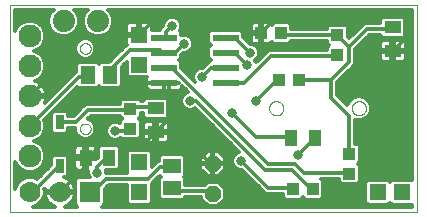
<source format=gtl>
G75*
%MOIN*%
%OFA0B0*%
%FSLAX25Y25*%
%IPPOS*%
%LPD*%
%AMOC8*
5,1,8,0,0,1.08239X$1,22.5*
%
%ADD10C,0.00100*%
%ADD11R,0.05118X0.05906*%
%ADD12OC8,0.05200*%
%ADD13R,0.05906X0.05118*%
%ADD14C,0.07000*%
%ADD15R,0.07000X0.07000*%
%ADD16C,0.00000*%
%ADD17C,0.07400*%
%ADD18C,0.07600*%
%ADD19R,0.05543X0.05543*%
%ADD20R,0.04331X0.05512*%
%ADD21R,0.05512X0.04331*%
%ADD22R,0.08661X0.02362*%
%ADD23R,0.04331X0.03937*%
%ADD24R,0.03937X0.04331*%
%ADD25R,0.02756X0.04724*%
%ADD26C,0.01200*%
%ADD27C,0.03150*%
D10*
X0002600Y0004600D02*
X0002600Y0073600D01*
X0138100Y0073600D01*
X0138100Y0004600D01*
X0002600Y0004600D01*
D11*
X0028360Y0050100D03*
X0035840Y0050100D03*
D12*
X0070100Y0020600D03*
X0070100Y0010600D03*
D13*
X0056600Y0012360D03*
X0056600Y0019840D03*
D14*
X0019100Y0011100D03*
X0009100Y0011100D03*
D15*
X0029100Y0011100D03*
D16*
X0025828Y0032214D02*
X0025830Y0032298D01*
X0025836Y0032381D01*
X0025846Y0032464D01*
X0025860Y0032547D01*
X0025877Y0032629D01*
X0025899Y0032710D01*
X0025924Y0032789D01*
X0025953Y0032868D01*
X0025986Y0032945D01*
X0026022Y0033020D01*
X0026062Y0033094D01*
X0026105Y0033166D01*
X0026152Y0033235D01*
X0026202Y0033302D01*
X0026255Y0033367D01*
X0026311Y0033429D01*
X0026369Y0033489D01*
X0026431Y0033546D01*
X0026495Y0033599D01*
X0026562Y0033650D01*
X0026631Y0033697D01*
X0026702Y0033742D01*
X0026775Y0033782D01*
X0026850Y0033819D01*
X0026927Y0033853D01*
X0027005Y0033883D01*
X0027084Y0033909D01*
X0027165Y0033932D01*
X0027247Y0033950D01*
X0027329Y0033965D01*
X0027412Y0033976D01*
X0027495Y0033983D01*
X0027579Y0033986D01*
X0027663Y0033985D01*
X0027746Y0033980D01*
X0027830Y0033971D01*
X0027912Y0033958D01*
X0027994Y0033942D01*
X0028075Y0033921D01*
X0028156Y0033897D01*
X0028234Y0033869D01*
X0028312Y0033837D01*
X0028388Y0033801D01*
X0028462Y0033762D01*
X0028534Y0033720D01*
X0028604Y0033674D01*
X0028672Y0033625D01*
X0028737Y0033573D01*
X0028800Y0033518D01*
X0028860Y0033460D01*
X0028918Y0033399D01*
X0028972Y0033335D01*
X0029024Y0033269D01*
X0029072Y0033201D01*
X0029117Y0033130D01*
X0029158Y0033057D01*
X0029197Y0032983D01*
X0029231Y0032907D01*
X0029262Y0032829D01*
X0029289Y0032750D01*
X0029313Y0032669D01*
X0029332Y0032588D01*
X0029348Y0032506D01*
X0029360Y0032423D01*
X0029368Y0032339D01*
X0029372Y0032256D01*
X0029372Y0032172D01*
X0029368Y0032089D01*
X0029360Y0032005D01*
X0029348Y0031922D01*
X0029332Y0031840D01*
X0029313Y0031759D01*
X0029289Y0031678D01*
X0029262Y0031599D01*
X0029231Y0031521D01*
X0029197Y0031445D01*
X0029158Y0031371D01*
X0029117Y0031298D01*
X0029072Y0031227D01*
X0029024Y0031159D01*
X0028972Y0031093D01*
X0028918Y0031029D01*
X0028860Y0030968D01*
X0028800Y0030910D01*
X0028737Y0030855D01*
X0028672Y0030803D01*
X0028604Y0030754D01*
X0028534Y0030708D01*
X0028462Y0030666D01*
X0028388Y0030627D01*
X0028312Y0030591D01*
X0028234Y0030559D01*
X0028156Y0030531D01*
X0028075Y0030507D01*
X0027994Y0030486D01*
X0027912Y0030470D01*
X0027830Y0030457D01*
X0027746Y0030448D01*
X0027663Y0030443D01*
X0027579Y0030442D01*
X0027495Y0030445D01*
X0027412Y0030452D01*
X0027329Y0030463D01*
X0027247Y0030478D01*
X0027165Y0030496D01*
X0027084Y0030519D01*
X0027005Y0030545D01*
X0026927Y0030575D01*
X0026850Y0030609D01*
X0026775Y0030646D01*
X0026702Y0030686D01*
X0026631Y0030731D01*
X0026562Y0030778D01*
X0026495Y0030829D01*
X0026431Y0030882D01*
X0026369Y0030939D01*
X0026311Y0030999D01*
X0026255Y0031061D01*
X0026202Y0031126D01*
X0026152Y0031193D01*
X0026105Y0031262D01*
X0026062Y0031334D01*
X0026022Y0031408D01*
X0025986Y0031483D01*
X0025953Y0031560D01*
X0025924Y0031639D01*
X0025899Y0031718D01*
X0025877Y0031799D01*
X0025860Y0031881D01*
X0025846Y0031964D01*
X0025836Y0032047D01*
X0025830Y0032130D01*
X0025828Y0032214D01*
X0025828Y0058986D02*
X0025830Y0059070D01*
X0025836Y0059153D01*
X0025846Y0059236D01*
X0025860Y0059319D01*
X0025877Y0059401D01*
X0025899Y0059482D01*
X0025924Y0059561D01*
X0025953Y0059640D01*
X0025986Y0059717D01*
X0026022Y0059792D01*
X0026062Y0059866D01*
X0026105Y0059938D01*
X0026152Y0060007D01*
X0026202Y0060074D01*
X0026255Y0060139D01*
X0026311Y0060201D01*
X0026369Y0060261D01*
X0026431Y0060318D01*
X0026495Y0060371D01*
X0026562Y0060422D01*
X0026631Y0060469D01*
X0026702Y0060514D01*
X0026775Y0060554D01*
X0026850Y0060591D01*
X0026927Y0060625D01*
X0027005Y0060655D01*
X0027084Y0060681D01*
X0027165Y0060704D01*
X0027247Y0060722D01*
X0027329Y0060737D01*
X0027412Y0060748D01*
X0027495Y0060755D01*
X0027579Y0060758D01*
X0027663Y0060757D01*
X0027746Y0060752D01*
X0027830Y0060743D01*
X0027912Y0060730D01*
X0027994Y0060714D01*
X0028075Y0060693D01*
X0028156Y0060669D01*
X0028234Y0060641D01*
X0028312Y0060609D01*
X0028388Y0060573D01*
X0028462Y0060534D01*
X0028534Y0060492D01*
X0028604Y0060446D01*
X0028672Y0060397D01*
X0028737Y0060345D01*
X0028800Y0060290D01*
X0028860Y0060232D01*
X0028918Y0060171D01*
X0028972Y0060107D01*
X0029024Y0060041D01*
X0029072Y0059973D01*
X0029117Y0059902D01*
X0029158Y0059829D01*
X0029197Y0059755D01*
X0029231Y0059679D01*
X0029262Y0059601D01*
X0029289Y0059522D01*
X0029313Y0059441D01*
X0029332Y0059360D01*
X0029348Y0059278D01*
X0029360Y0059195D01*
X0029368Y0059111D01*
X0029372Y0059028D01*
X0029372Y0058944D01*
X0029368Y0058861D01*
X0029360Y0058777D01*
X0029348Y0058694D01*
X0029332Y0058612D01*
X0029313Y0058531D01*
X0029289Y0058450D01*
X0029262Y0058371D01*
X0029231Y0058293D01*
X0029197Y0058217D01*
X0029158Y0058143D01*
X0029117Y0058070D01*
X0029072Y0057999D01*
X0029024Y0057931D01*
X0028972Y0057865D01*
X0028918Y0057801D01*
X0028860Y0057740D01*
X0028800Y0057682D01*
X0028737Y0057627D01*
X0028672Y0057575D01*
X0028604Y0057526D01*
X0028534Y0057480D01*
X0028462Y0057438D01*
X0028388Y0057399D01*
X0028312Y0057363D01*
X0028234Y0057331D01*
X0028156Y0057303D01*
X0028075Y0057279D01*
X0027994Y0057258D01*
X0027912Y0057242D01*
X0027830Y0057229D01*
X0027746Y0057220D01*
X0027663Y0057215D01*
X0027579Y0057214D01*
X0027495Y0057217D01*
X0027412Y0057224D01*
X0027329Y0057235D01*
X0027247Y0057250D01*
X0027165Y0057268D01*
X0027084Y0057291D01*
X0027005Y0057317D01*
X0026927Y0057347D01*
X0026850Y0057381D01*
X0026775Y0057418D01*
X0026702Y0057458D01*
X0026631Y0057503D01*
X0026562Y0057550D01*
X0026495Y0057601D01*
X0026431Y0057654D01*
X0026369Y0057711D01*
X0026311Y0057771D01*
X0026255Y0057833D01*
X0026202Y0057898D01*
X0026152Y0057965D01*
X0026105Y0058034D01*
X0026062Y0058106D01*
X0026022Y0058180D01*
X0025986Y0058255D01*
X0025953Y0058332D01*
X0025924Y0058411D01*
X0025899Y0058490D01*
X0025877Y0058571D01*
X0025860Y0058653D01*
X0025846Y0058736D01*
X0025836Y0058819D01*
X0025830Y0058902D01*
X0025828Y0058986D01*
X0088880Y0039072D02*
X0088882Y0039169D01*
X0088888Y0039266D01*
X0088898Y0039362D01*
X0088912Y0039458D01*
X0088930Y0039554D01*
X0088951Y0039648D01*
X0088977Y0039742D01*
X0089006Y0039834D01*
X0089040Y0039925D01*
X0089076Y0040015D01*
X0089117Y0040103D01*
X0089161Y0040189D01*
X0089209Y0040274D01*
X0089260Y0040356D01*
X0089314Y0040437D01*
X0089372Y0040515D01*
X0089433Y0040590D01*
X0089496Y0040663D01*
X0089563Y0040734D01*
X0089633Y0040801D01*
X0089705Y0040866D01*
X0089780Y0040927D01*
X0089858Y0040986D01*
X0089937Y0041041D01*
X0090019Y0041093D01*
X0090103Y0041141D01*
X0090189Y0041186D01*
X0090277Y0041228D01*
X0090366Y0041266D01*
X0090457Y0041300D01*
X0090549Y0041330D01*
X0090642Y0041357D01*
X0090737Y0041379D01*
X0090832Y0041398D01*
X0090928Y0041413D01*
X0091024Y0041424D01*
X0091121Y0041431D01*
X0091218Y0041434D01*
X0091315Y0041433D01*
X0091412Y0041428D01*
X0091508Y0041419D01*
X0091604Y0041406D01*
X0091700Y0041389D01*
X0091795Y0041368D01*
X0091888Y0041344D01*
X0091981Y0041315D01*
X0092073Y0041283D01*
X0092163Y0041247D01*
X0092251Y0041208D01*
X0092338Y0041164D01*
X0092423Y0041118D01*
X0092506Y0041067D01*
X0092587Y0041014D01*
X0092665Y0040957D01*
X0092742Y0040897D01*
X0092815Y0040834D01*
X0092886Y0040768D01*
X0092954Y0040699D01*
X0093020Y0040627D01*
X0093082Y0040553D01*
X0093141Y0040476D01*
X0093197Y0040397D01*
X0093250Y0040315D01*
X0093300Y0040232D01*
X0093345Y0040146D01*
X0093388Y0040059D01*
X0093427Y0039970D01*
X0093462Y0039880D01*
X0093493Y0039788D01*
X0093520Y0039695D01*
X0093544Y0039601D01*
X0093564Y0039506D01*
X0093580Y0039410D01*
X0093592Y0039314D01*
X0093600Y0039217D01*
X0093604Y0039120D01*
X0093604Y0039024D01*
X0093600Y0038927D01*
X0093592Y0038830D01*
X0093580Y0038734D01*
X0093564Y0038638D01*
X0093544Y0038543D01*
X0093520Y0038449D01*
X0093493Y0038356D01*
X0093462Y0038264D01*
X0093427Y0038174D01*
X0093388Y0038085D01*
X0093345Y0037998D01*
X0093300Y0037912D01*
X0093250Y0037829D01*
X0093197Y0037747D01*
X0093141Y0037668D01*
X0093082Y0037591D01*
X0093020Y0037517D01*
X0092954Y0037445D01*
X0092886Y0037376D01*
X0092815Y0037310D01*
X0092742Y0037247D01*
X0092665Y0037187D01*
X0092587Y0037130D01*
X0092506Y0037077D01*
X0092423Y0037026D01*
X0092338Y0036980D01*
X0092251Y0036936D01*
X0092163Y0036897D01*
X0092073Y0036861D01*
X0091981Y0036829D01*
X0091888Y0036800D01*
X0091795Y0036776D01*
X0091700Y0036755D01*
X0091604Y0036738D01*
X0091508Y0036725D01*
X0091412Y0036716D01*
X0091315Y0036711D01*
X0091218Y0036710D01*
X0091121Y0036713D01*
X0091024Y0036720D01*
X0090928Y0036731D01*
X0090832Y0036746D01*
X0090737Y0036765D01*
X0090642Y0036787D01*
X0090549Y0036814D01*
X0090457Y0036844D01*
X0090366Y0036878D01*
X0090277Y0036916D01*
X0090189Y0036958D01*
X0090103Y0037003D01*
X0090019Y0037051D01*
X0089937Y0037103D01*
X0089858Y0037158D01*
X0089780Y0037217D01*
X0089705Y0037278D01*
X0089633Y0037343D01*
X0089563Y0037410D01*
X0089496Y0037481D01*
X0089433Y0037554D01*
X0089372Y0037629D01*
X0089314Y0037707D01*
X0089260Y0037788D01*
X0089209Y0037870D01*
X0089161Y0037955D01*
X0089117Y0038041D01*
X0089076Y0038129D01*
X0089040Y0038219D01*
X0089006Y0038310D01*
X0088977Y0038402D01*
X0088951Y0038496D01*
X0088930Y0038590D01*
X0088912Y0038686D01*
X0088898Y0038782D01*
X0088888Y0038878D01*
X0088882Y0038975D01*
X0088880Y0039072D01*
X0116439Y0039072D02*
X0116441Y0039169D01*
X0116447Y0039266D01*
X0116457Y0039362D01*
X0116471Y0039458D01*
X0116489Y0039554D01*
X0116510Y0039648D01*
X0116536Y0039742D01*
X0116565Y0039834D01*
X0116599Y0039925D01*
X0116635Y0040015D01*
X0116676Y0040103D01*
X0116720Y0040189D01*
X0116768Y0040274D01*
X0116819Y0040356D01*
X0116873Y0040437D01*
X0116931Y0040515D01*
X0116992Y0040590D01*
X0117055Y0040663D01*
X0117122Y0040734D01*
X0117192Y0040801D01*
X0117264Y0040866D01*
X0117339Y0040927D01*
X0117417Y0040986D01*
X0117496Y0041041D01*
X0117578Y0041093D01*
X0117662Y0041141D01*
X0117748Y0041186D01*
X0117836Y0041228D01*
X0117925Y0041266D01*
X0118016Y0041300D01*
X0118108Y0041330D01*
X0118201Y0041357D01*
X0118296Y0041379D01*
X0118391Y0041398D01*
X0118487Y0041413D01*
X0118583Y0041424D01*
X0118680Y0041431D01*
X0118777Y0041434D01*
X0118874Y0041433D01*
X0118971Y0041428D01*
X0119067Y0041419D01*
X0119163Y0041406D01*
X0119259Y0041389D01*
X0119354Y0041368D01*
X0119447Y0041344D01*
X0119540Y0041315D01*
X0119632Y0041283D01*
X0119722Y0041247D01*
X0119810Y0041208D01*
X0119897Y0041164D01*
X0119982Y0041118D01*
X0120065Y0041067D01*
X0120146Y0041014D01*
X0120224Y0040957D01*
X0120301Y0040897D01*
X0120374Y0040834D01*
X0120445Y0040768D01*
X0120513Y0040699D01*
X0120579Y0040627D01*
X0120641Y0040553D01*
X0120700Y0040476D01*
X0120756Y0040397D01*
X0120809Y0040315D01*
X0120859Y0040232D01*
X0120904Y0040146D01*
X0120947Y0040059D01*
X0120986Y0039970D01*
X0121021Y0039880D01*
X0121052Y0039788D01*
X0121079Y0039695D01*
X0121103Y0039601D01*
X0121123Y0039506D01*
X0121139Y0039410D01*
X0121151Y0039314D01*
X0121159Y0039217D01*
X0121163Y0039120D01*
X0121163Y0039024D01*
X0121159Y0038927D01*
X0121151Y0038830D01*
X0121139Y0038734D01*
X0121123Y0038638D01*
X0121103Y0038543D01*
X0121079Y0038449D01*
X0121052Y0038356D01*
X0121021Y0038264D01*
X0120986Y0038174D01*
X0120947Y0038085D01*
X0120904Y0037998D01*
X0120859Y0037912D01*
X0120809Y0037829D01*
X0120756Y0037747D01*
X0120700Y0037668D01*
X0120641Y0037591D01*
X0120579Y0037517D01*
X0120513Y0037445D01*
X0120445Y0037376D01*
X0120374Y0037310D01*
X0120301Y0037247D01*
X0120224Y0037187D01*
X0120146Y0037130D01*
X0120065Y0037077D01*
X0119982Y0037026D01*
X0119897Y0036980D01*
X0119810Y0036936D01*
X0119722Y0036897D01*
X0119632Y0036861D01*
X0119540Y0036829D01*
X0119447Y0036800D01*
X0119354Y0036776D01*
X0119259Y0036755D01*
X0119163Y0036738D01*
X0119067Y0036725D01*
X0118971Y0036716D01*
X0118874Y0036711D01*
X0118777Y0036710D01*
X0118680Y0036713D01*
X0118583Y0036720D01*
X0118487Y0036731D01*
X0118391Y0036746D01*
X0118296Y0036765D01*
X0118201Y0036787D01*
X0118108Y0036814D01*
X0118016Y0036844D01*
X0117925Y0036878D01*
X0117836Y0036916D01*
X0117748Y0036958D01*
X0117662Y0037003D01*
X0117578Y0037051D01*
X0117496Y0037103D01*
X0117417Y0037158D01*
X0117339Y0037217D01*
X0117264Y0037278D01*
X0117192Y0037343D01*
X0117122Y0037410D01*
X0117055Y0037481D01*
X0116992Y0037554D01*
X0116931Y0037629D01*
X0116873Y0037707D01*
X0116819Y0037788D01*
X0116768Y0037870D01*
X0116720Y0037955D01*
X0116676Y0038041D01*
X0116635Y0038129D01*
X0116599Y0038219D01*
X0116565Y0038310D01*
X0116536Y0038402D01*
X0116510Y0038496D01*
X0116489Y0038590D01*
X0116471Y0038686D01*
X0116457Y0038782D01*
X0116447Y0038878D01*
X0116441Y0038975D01*
X0116439Y0039072D01*
D17*
X0031800Y0068100D03*
X0020400Y0068100D03*
D18*
X0009100Y0063100D03*
X0009100Y0053100D03*
X0009100Y0043100D03*
X0009100Y0033100D03*
X0009100Y0023100D03*
D19*
X0045600Y0021100D03*
X0045600Y0011100D03*
X0045600Y0053600D03*
X0045600Y0063600D03*
X0125100Y0011100D03*
X0133100Y0011100D03*
D20*
X0104037Y0029100D03*
X0096163Y0029100D03*
X0035537Y0022600D03*
X0027663Y0022600D03*
D21*
X0051100Y0031163D03*
X0051100Y0039037D03*
X0130100Y0058163D03*
X0130100Y0066037D03*
D22*
X0074336Y0062600D03*
X0074336Y0057600D03*
X0074336Y0052600D03*
X0074336Y0047600D03*
X0053864Y0047600D03*
X0053864Y0052600D03*
X0053864Y0057600D03*
X0053864Y0062600D03*
D23*
X0042600Y0038946D03*
X0042600Y0032254D03*
X0111600Y0056754D03*
X0111600Y0063446D03*
X0115600Y0023946D03*
X0115600Y0017254D03*
D24*
X0103446Y0012100D03*
X0096754Y0012100D03*
X0098946Y0048600D03*
X0092254Y0048600D03*
X0092946Y0064100D03*
X0086254Y0064100D03*
D25*
X0019100Y0034383D03*
X0019100Y0019817D03*
D26*
X0018600Y0019600D01*
X0009600Y0010600D01*
X0009100Y0011100D01*
X0004579Y0012990D02*
X0004250Y0012990D01*
X0004250Y0012195D02*
X0004250Y0021221D01*
X0004692Y0020154D01*
X0006154Y0018692D01*
X0008066Y0017900D01*
X0010134Y0017900D01*
X0012046Y0018692D01*
X0013508Y0020154D01*
X0014300Y0022066D01*
X0014300Y0024134D01*
X0013508Y0026046D01*
X0012046Y0027508D01*
X0010617Y0028100D01*
X0012046Y0028692D01*
X0013508Y0030154D01*
X0014300Y0032066D01*
X0014300Y0034134D01*
X0013908Y0035080D01*
X0024898Y0046070D01*
X0025221Y0045747D01*
X0031499Y0045747D01*
X0032100Y0046348D01*
X0032701Y0045747D01*
X0038979Y0045747D01*
X0039799Y0046567D01*
X0039799Y0052971D01*
X0041428Y0054600D01*
X0041428Y0050248D01*
X0042248Y0049428D01*
X0048059Y0049428D01*
X0048042Y0049399D01*
X0047933Y0048992D01*
X0047933Y0047600D01*
X0053864Y0047600D01*
X0058772Y0047600D01*
X0053864Y0047600D01*
X0053864Y0047600D01*
X0053864Y0044819D01*
X0058405Y0044819D01*
X0058812Y0044928D01*
X0059177Y0045139D01*
X0059475Y0045436D01*
X0059685Y0045801D01*
X0059794Y0046208D01*
X0059794Y0046577D01*
X0061859Y0044513D01*
X0060915Y0044122D01*
X0060078Y0043285D01*
X0059625Y0042192D01*
X0059625Y0041008D01*
X0060078Y0039915D01*
X0060915Y0039078D01*
X0062008Y0038625D01*
X0063192Y0038625D01*
X0064285Y0039078D01*
X0064289Y0039082D01*
X0078859Y0024513D01*
X0077915Y0024122D01*
X0077078Y0023285D01*
X0076625Y0022192D01*
X0076625Y0021008D01*
X0077078Y0019915D01*
X0077915Y0019078D01*
X0079008Y0018625D01*
X0079747Y0018625D01*
X0087772Y0010600D01*
X0093385Y0010600D01*
X0093385Y0009355D01*
X0094205Y0008535D01*
X0099302Y0008535D01*
X0100100Y0009333D01*
X0100898Y0008535D01*
X0105995Y0008535D01*
X0106815Y0009355D01*
X0106815Y0014845D01*
X0106060Y0015600D01*
X0112035Y0015600D01*
X0112035Y0014705D01*
X0112855Y0013885D01*
X0118345Y0013885D01*
X0119165Y0014705D01*
X0119165Y0019802D01*
X0118367Y0020600D01*
X0119165Y0021398D01*
X0119165Y0026495D01*
X0118345Y0027315D01*
X0117600Y0027315D01*
X0117600Y0035281D01*
X0118013Y0035110D01*
X0119589Y0035110D01*
X0121045Y0035713D01*
X0122160Y0036828D01*
X0122763Y0038284D01*
X0122763Y0039861D01*
X0122160Y0041317D01*
X0121045Y0042431D01*
X0119589Y0043035D01*
X0118013Y0043035D01*
X0116556Y0042431D01*
X0115442Y0041317D01*
X0114935Y0040093D01*
X0111600Y0043428D01*
X0111600Y0047772D01*
X0116428Y0052600D01*
X0117600Y0053772D01*
X0117600Y0058772D01*
X0122428Y0063600D01*
X0125944Y0063600D01*
X0125944Y0063292D01*
X0126764Y0062472D01*
X0133436Y0062472D01*
X0134256Y0063292D01*
X0134256Y0068782D01*
X0133436Y0069602D01*
X0126764Y0069602D01*
X0125944Y0068782D01*
X0125944Y0067600D01*
X0120772Y0067600D01*
X0115600Y0062428D01*
X0115165Y0062863D01*
X0115165Y0065995D01*
X0114345Y0066815D01*
X0108855Y0066815D01*
X0108035Y0065995D01*
X0108035Y0065600D01*
X0096315Y0065600D01*
X0096315Y0066845D01*
X0095495Y0067665D01*
X0090398Y0067665D01*
X0089677Y0066945D01*
X0089502Y0067248D01*
X0089204Y0067546D01*
X0088840Y0067756D01*
X0088433Y0067865D01*
X0086638Y0067865D01*
X0086638Y0064484D01*
X0085869Y0064484D01*
X0085869Y0063716D01*
X0082685Y0063716D01*
X0082685Y0061724D01*
X0082794Y0061317D01*
X0083005Y0060952D01*
X0083303Y0060654D01*
X0083667Y0060444D01*
X0084074Y0060335D01*
X0085869Y0060335D01*
X0085869Y0063716D01*
X0086638Y0063716D01*
X0086638Y0060335D01*
X0088433Y0060335D01*
X0088840Y0060444D01*
X0089204Y0060654D01*
X0089502Y0060952D01*
X0089677Y0061255D01*
X0090398Y0060535D01*
X0095495Y0060535D01*
X0096315Y0061355D01*
X0096315Y0061600D01*
X0108035Y0061600D01*
X0108035Y0060898D01*
X0108833Y0060100D01*
X0108035Y0059302D01*
X0108035Y0058600D01*
X0088772Y0058600D01*
X0084513Y0054341D01*
X0084219Y0055051D01*
X0084285Y0055078D01*
X0085122Y0055915D01*
X0085575Y0057008D01*
X0085575Y0058192D01*
X0085122Y0059285D01*
X0084285Y0060122D01*
X0083192Y0060575D01*
X0082453Y0060575D01*
X0080067Y0062961D01*
X0080067Y0064361D01*
X0079247Y0065181D01*
X0069426Y0065181D01*
X0068606Y0064361D01*
X0068606Y0060839D01*
X0069345Y0060100D01*
X0068606Y0059361D01*
X0068606Y0055839D01*
X0069345Y0055100D01*
X0068845Y0054600D01*
X0068772Y0054600D01*
X0066747Y0052575D01*
X0066008Y0052575D01*
X0064915Y0052122D01*
X0064078Y0051285D01*
X0063625Y0050192D01*
X0063625Y0049008D01*
X0064053Y0047976D01*
X0059594Y0052434D01*
X0059594Y0054361D01*
X0058855Y0055100D01*
X0059594Y0055839D01*
X0059594Y0056766D01*
X0059600Y0056772D01*
X0060453Y0057625D01*
X0061192Y0057625D01*
X0062285Y0058078D01*
X0063122Y0058915D01*
X0063575Y0060008D01*
X0063575Y0061192D01*
X0063122Y0062285D01*
X0062285Y0063122D01*
X0061192Y0063575D01*
X0060008Y0063575D01*
X0059594Y0063404D01*
X0059594Y0064361D01*
X0059081Y0064874D01*
X0059122Y0064915D01*
X0059575Y0066008D01*
X0059575Y0067192D01*
X0059122Y0068285D01*
X0058285Y0069122D01*
X0057192Y0069575D01*
X0056008Y0069575D01*
X0054915Y0069122D01*
X0054078Y0068285D01*
X0053625Y0067192D01*
X0053625Y0066453D01*
X0052600Y0065428D01*
X0052600Y0065181D01*
X0049972Y0065181D01*
X0049972Y0066582D01*
X0049863Y0066989D01*
X0049652Y0067354D01*
X0049354Y0067652D01*
X0048989Y0067863D01*
X0048582Y0067972D01*
X0045886Y0067972D01*
X0045886Y0063886D01*
X0045314Y0063886D01*
X0045314Y0067972D01*
X0042618Y0067972D01*
X0042211Y0067863D01*
X0041846Y0067652D01*
X0041548Y0067354D01*
X0041337Y0066989D01*
X0041228Y0066582D01*
X0041228Y0063886D01*
X0045314Y0063886D01*
X0045314Y0063314D01*
X0041228Y0063314D01*
X0041228Y0060618D01*
X0041337Y0060211D01*
X0041354Y0060182D01*
X0040600Y0059428D01*
X0035624Y0054453D01*
X0032701Y0054453D01*
X0032100Y0053852D01*
X0031499Y0054453D01*
X0025221Y0054453D01*
X0024401Y0053633D01*
X0024401Y0051229D01*
X0014006Y0040835D01*
X0014104Y0041027D01*
X0014367Y0041835D01*
X0014500Y0042675D01*
X0014500Y0042716D01*
X0009484Y0042716D01*
X0009484Y0043484D01*
X0014500Y0043484D01*
X0014500Y0043525D01*
X0014367Y0044365D01*
X0014104Y0045173D01*
X0013718Y0045930D01*
X0013219Y0046618D01*
X0012618Y0047219D01*
X0011930Y0047718D01*
X0011173Y0048104D01*
X0010867Y0048204D01*
X0012046Y0048692D01*
X0013508Y0050154D01*
X0014300Y0052066D01*
X0014300Y0054134D01*
X0013508Y0056046D01*
X0012046Y0057508D01*
X0010617Y0058100D01*
X0012046Y0058692D01*
X0013508Y0060154D01*
X0014300Y0062066D01*
X0014300Y0064134D01*
X0013508Y0066046D01*
X0012046Y0067508D01*
X0010134Y0068300D01*
X0008066Y0068300D01*
X0006154Y0067508D01*
X0004692Y0066046D01*
X0004250Y0064979D01*
X0004250Y0071950D01*
X0017038Y0071950D01*
X0016076Y0070989D01*
X0015300Y0069114D01*
X0015300Y0067086D01*
X0016076Y0065211D01*
X0017511Y0063776D01*
X0019386Y0063000D01*
X0021414Y0063000D01*
X0023289Y0063776D01*
X0024724Y0065211D01*
X0025500Y0067086D01*
X0025500Y0069114D01*
X0024724Y0070989D01*
X0023762Y0071950D01*
X0028438Y0071950D01*
X0027476Y0070989D01*
X0026700Y0069114D01*
X0026700Y0067086D01*
X0027476Y0065211D01*
X0028911Y0063776D01*
X0030786Y0063000D01*
X0032814Y0063000D01*
X0034689Y0063776D01*
X0036124Y0065211D01*
X0036900Y0067086D01*
X0036900Y0069114D01*
X0036124Y0070989D01*
X0035162Y0071950D01*
X0136450Y0071950D01*
X0136450Y0015272D01*
X0129748Y0015272D01*
X0129100Y0014623D01*
X0128452Y0015272D01*
X0121748Y0015272D01*
X0120928Y0014452D01*
X0120928Y0007748D01*
X0121748Y0006928D01*
X0128452Y0006928D01*
X0129100Y0007577D01*
X0129748Y0006928D01*
X0136450Y0006928D01*
X0136450Y0006250D01*
X0033230Y0006250D01*
X0034000Y0007020D01*
X0034000Y0012172D01*
X0035428Y0013600D01*
X0041428Y0013600D01*
X0041428Y0007748D01*
X0042248Y0006928D01*
X0048952Y0006928D01*
X0049772Y0007748D01*
X0049772Y0013943D01*
X0050600Y0014772D01*
X0052388Y0016560D01*
X0052848Y0016100D01*
X0052247Y0015499D01*
X0052247Y0009221D01*
X0053067Y0008401D01*
X0060133Y0008401D01*
X0060953Y0009221D01*
X0060953Y0009600D01*
X0066100Y0009600D01*
X0066100Y0008943D01*
X0068443Y0006600D01*
X0071757Y0006600D01*
X0074100Y0008943D01*
X0074100Y0012257D01*
X0071757Y0014600D01*
X0068443Y0014600D01*
X0067443Y0013600D01*
X0060953Y0013600D01*
X0060953Y0015499D01*
X0060352Y0016100D01*
X0060953Y0016701D01*
X0060953Y0022979D01*
X0060133Y0023799D01*
X0053067Y0023799D01*
X0052247Y0022979D01*
X0052247Y0021600D01*
X0051772Y0021600D01*
X0049772Y0019600D01*
X0049772Y0024452D01*
X0048952Y0025272D01*
X0042248Y0025272D01*
X0041428Y0024452D01*
X0041428Y0017748D01*
X0041577Y0017600D01*
X0034575Y0017600D01*
X0034575Y0018192D01*
X0034470Y0018444D01*
X0038282Y0018444D01*
X0039102Y0019264D01*
X0039102Y0025936D01*
X0038282Y0026756D01*
X0032792Y0026756D01*
X0031972Y0025936D01*
X0031972Y0022800D01*
X0031289Y0022117D01*
X0028146Y0022117D01*
X0028146Y0023083D01*
X0027180Y0023083D01*
X0027180Y0026956D01*
X0025287Y0026956D01*
X0024880Y0026847D01*
X0024515Y0026636D01*
X0024217Y0026338D01*
X0024007Y0025973D01*
X0023898Y0025567D01*
X0023898Y0023083D01*
X0027180Y0023083D01*
X0027180Y0022117D01*
X0028146Y0022117D01*
X0028146Y0018244D01*
X0028647Y0018244D01*
X0028625Y0018192D01*
X0028625Y0017008D01*
X0029043Y0016000D01*
X0025020Y0016000D01*
X0024200Y0015180D01*
X0024200Y0007020D01*
X0024970Y0006250D01*
X0020677Y0006250D01*
X0021058Y0006374D01*
X0021773Y0006738D01*
X0022422Y0007210D01*
X0022990Y0007778D01*
X0023462Y0008427D01*
X0023826Y0009142D01*
X0024074Y0009906D01*
X0024200Y0010699D01*
X0024200Y0010814D01*
X0019386Y0010814D01*
X0019386Y0011386D01*
X0024200Y0011386D01*
X0024200Y0011501D01*
X0024074Y0012294D01*
X0023826Y0013058D01*
X0023462Y0013773D01*
X0022990Y0014422D01*
X0022422Y0014990D01*
X0021773Y0015462D01*
X0021058Y0015826D01*
X0020356Y0016054D01*
X0021058Y0016054D01*
X0021878Y0016874D01*
X0021878Y0022759D01*
X0021058Y0023579D01*
X0017142Y0023579D01*
X0016322Y0022759D01*
X0016322Y0020150D01*
X0011557Y0015386D01*
X0010075Y0016000D01*
X0008125Y0016000D01*
X0006324Y0015254D01*
X0004946Y0013876D01*
X0004250Y0012195D01*
X0004250Y0014188D02*
X0005258Y0014188D01*
X0004250Y0015387D02*
X0006644Y0015387D01*
X0004250Y0016585D02*
X0012757Y0016585D01*
X0011558Y0015387D02*
X0011555Y0015387D01*
X0013955Y0017784D02*
X0004250Y0017784D01*
X0004250Y0018982D02*
X0005864Y0018982D01*
X0004681Y0020181D02*
X0004250Y0020181D01*
X0012336Y0018982D02*
X0015154Y0018982D01*
X0016322Y0020181D02*
X0013519Y0020181D01*
X0014016Y0021379D02*
X0016322Y0021379D01*
X0016322Y0022578D02*
X0014300Y0022578D01*
X0014300Y0023776D02*
X0023898Y0023776D01*
X0023898Y0024975D02*
X0013952Y0024975D01*
X0013381Y0026173D02*
X0024122Y0026173D01*
X0027180Y0026173D02*
X0028146Y0026173D01*
X0028146Y0026956D02*
X0028146Y0023083D01*
X0031428Y0023083D01*
X0031428Y0025567D01*
X0031319Y0025973D01*
X0031109Y0026338D01*
X0030811Y0026636D01*
X0030446Y0026847D01*
X0030039Y0026956D01*
X0028146Y0026956D01*
X0028271Y0028843D02*
X0026929Y0028843D01*
X0025690Y0029356D01*
X0024742Y0030304D01*
X0024228Y0031544D01*
X0024228Y0032600D01*
X0021878Y0032600D01*
X0021878Y0031441D01*
X0021058Y0030621D01*
X0017142Y0030621D01*
X0016322Y0031441D01*
X0016322Y0037326D01*
X0017142Y0038146D01*
X0021058Y0038146D01*
X0021878Y0037326D01*
X0021878Y0036600D01*
X0023772Y0036600D01*
X0026600Y0039428D01*
X0027772Y0040600D01*
X0039035Y0040600D01*
X0039035Y0041495D01*
X0039855Y0042315D01*
X0045345Y0042315D01*
X0046060Y0041600D01*
X0046944Y0041600D01*
X0046944Y0041782D01*
X0047764Y0042602D01*
X0054436Y0042602D01*
X0055256Y0041782D01*
X0055256Y0036292D01*
X0054436Y0035472D01*
X0047764Y0035472D01*
X0046944Y0036292D01*
X0046944Y0037600D01*
X0046165Y0037600D01*
X0046165Y0036398D01*
X0045367Y0035600D01*
X0046165Y0034802D01*
X0046165Y0029705D01*
X0045345Y0028885D01*
X0039855Y0028885D01*
X0039474Y0029266D01*
X0039285Y0029078D01*
X0038192Y0028625D01*
X0037008Y0028625D01*
X0035915Y0029078D01*
X0035078Y0029915D01*
X0034625Y0031008D01*
X0034625Y0032192D01*
X0035078Y0033285D01*
X0035915Y0034122D01*
X0037008Y0034575D01*
X0038192Y0034575D01*
X0039035Y0034226D01*
X0039035Y0034802D01*
X0039833Y0035600D01*
X0039035Y0036398D01*
X0039035Y0036600D01*
X0029428Y0036600D01*
X0028372Y0035544D01*
X0029510Y0035073D01*
X0030458Y0034124D01*
X0030972Y0032885D01*
X0030972Y0031544D01*
X0030458Y0030304D01*
X0029510Y0029356D01*
X0028271Y0028843D01*
X0029923Y0029769D02*
X0035224Y0029769D01*
X0034642Y0030967D02*
X0030733Y0030967D01*
X0030972Y0032166D02*
X0034625Y0032166D01*
X0035157Y0033364D02*
X0030773Y0033364D01*
X0030020Y0034563D02*
X0036979Y0034563D01*
X0038221Y0034563D02*
X0039035Y0034563D01*
X0039671Y0035761D02*
X0028590Y0035761D01*
X0028600Y0038600D02*
X0042600Y0038600D01*
X0042600Y0038946D01*
X0042600Y0039600D01*
X0050600Y0039600D01*
X0051100Y0039037D01*
X0055256Y0039357D02*
X0060636Y0039357D01*
X0059813Y0040555D02*
X0055256Y0040555D01*
X0055256Y0041754D02*
X0059625Y0041754D01*
X0059940Y0042952D02*
X0021781Y0042952D01*
X0022979Y0044151D02*
X0060984Y0044151D01*
X0061022Y0045349D02*
X0059388Y0045349D01*
X0059794Y0046548D02*
X0059824Y0046548D01*
X0058772Y0047600D02*
X0058772Y0047600D01*
X0055600Y0046600D02*
X0054600Y0047600D01*
X0053864Y0047600D01*
X0053864Y0047600D01*
X0053864Y0044819D01*
X0049322Y0044819D01*
X0048915Y0044928D01*
X0048551Y0045139D01*
X0048253Y0045436D01*
X0048042Y0045801D01*
X0047933Y0046208D01*
X0047933Y0047600D01*
X0053864Y0047600D01*
X0053864Y0047600D01*
X0053864Y0046548D02*
X0053864Y0046548D01*
X0053864Y0045349D02*
X0053864Y0045349D01*
X0055600Y0046600D02*
X0055600Y0035600D01*
X0054600Y0034600D01*
X0055600Y0034600D01*
X0069600Y0020600D01*
X0070100Y0020600D01*
X0070300Y0020800D02*
X0069900Y0020800D01*
X0069900Y0024800D01*
X0068360Y0024800D01*
X0065900Y0022340D01*
X0065900Y0020800D01*
X0069900Y0020800D01*
X0069900Y0020400D01*
X0065900Y0020400D01*
X0065900Y0018860D01*
X0068360Y0016400D01*
X0069900Y0016400D01*
X0069900Y0020400D01*
X0070300Y0020400D01*
X0070300Y0020800D01*
X0070300Y0024800D01*
X0071840Y0024800D01*
X0074300Y0022340D01*
X0074300Y0020800D01*
X0070300Y0020800D01*
X0070300Y0020400D02*
X0074300Y0020400D01*
X0074300Y0018860D01*
X0071840Y0016400D01*
X0070300Y0016400D01*
X0070300Y0020400D01*
X0070300Y0020181D02*
X0069900Y0020181D01*
X0069900Y0018982D02*
X0070300Y0018982D01*
X0070300Y0017784D02*
X0069900Y0017784D01*
X0069900Y0016585D02*
X0070300Y0016585D01*
X0072025Y0016585D02*
X0081786Y0016585D01*
X0082985Y0015387D02*
X0060953Y0015387D01*
X0060837Y0016585D02*
X0068175Y0016585D01*
X0066977Y0017784D02*
X0060953Y0017784D01*
X0060953Y0018982D02*
X0065900Y0018982D01*
X0065900Y0020181D02*
X0060953Y0020181D01*
X0060953Y0021379D02*
X0065900Y0021379D01*
X0066138Y0022578D02*
X0060953Y0022578D01*
X0060156Y0023776D02*
X0067336Y0023776D01*
X0069900Y0023776D02*
X0070300Y0023776D01*
X0070300Y0022578D02*
X0069900Y0022578D01*
X0069900Y0021379D02*
X0070300Y0021379D01*
X0074062Y0022578D02*
X0076785Y0022578D01*
X0076625Y0021379D02*
X0074300Y0021379D01*
X0074300Y0020181D02*
X0076968Y0020181D01*
X0078146Y0018982D02*
X0074300Y0018982D01*
X0073223Y0017784D02*
X0080588Y0017784D01*
X0079600Y0021600D02*
X0088600Y0012600D01*
X0096600Y0012600D01*
X0096754Y0012100D01*
X0093385Y0010593D02*
X0074100Y0010593D01*
X0074100Y0009394D02*
X0093385Y0009394D01*
X0086580Y0011791D02*
X0074100Y0011791D01*
X0073367Y0012990D02*
X0085382Y0012990D01*
X0084183Y0014188D02*
X0072169Y0014188D01*
X0068031Y0014188D02*
X0060953Y0014188D01*
X0056600Y0012360D02*
X0056600Y0011600D01*
X0068600Y0011600D01*
X0069600Y0010600D01*
X0070100Y0010600D01*
X0066848Y0008196D02*
X0049772Y0008196D01*
X0049020Y0006997D02*
X0068046Y0006997D01*
X0072154Y0006997D02*
X0121680Y0006997D01*
X0120928Y0008196D02*
X0073352Y0008196D01*
X0066100Y0009394D02*
X0060953Y0009394D01*
X0052247Y0009394D02*
X0049772Y0009394D01*
X0049772Y0010593D02*
X0052247Y0010593D01*
X0052247Y0011791D02*
X0049772Y0011791D01*
X0049772Y0012990D02*
X0052247Y0012990D01*
X0052247Y0014188D02*
X0050017Y0014188D01*
X0051215Y0015387D02*
X0052247Y0015387D01*
X0048600Y0015600D02*
X0034600Y0015600D01*
X0029600Y0010600D01*
X0029100Y0011100D01*
X0024200Y0010593D02*
X0024183Y0010593D01*
X0024200Y0009394D02*
X0023908Y0009394D01*
X0024200Y0008196D02*
X0023294Y0008196D01*
X0024223Y0006997D02*
X0022129Y0006997D01*
X0017523Y0006250D02*
X0010195Y0006250D01*
X0011876Y0006946D01*
X0013254Y0008324D01*
X0014000Y0010125D01*
X0014000Y0012075D01*
X0013972Y0012143D01*
X0014127Y0012299D01*
X0014126Y0012294D01*
X0014000Y0011501D01*
X0014000Y0011386D01*
X0018814Y0011386D01*
X0018814Y0010814D01*
X0014000Y0010814D01*
X0014000Y0010699D01*
X0014126Y0009906D01*
X0014374Y0009142D01*
X0014738Y0008427D01*
X0015210Y0007778D01*
X0015778Y0007210D01*
X0016427Y0006738D01*
X0017142Y0006374D01*
X0017523Y0006250D01*
X0016071Y0006997D02*
X0011927Y0006997D01*
X0013125Y0008196D02*
X0014906Y0008196D01*
X0014292Y0009394D02*
X0013697Y0009394D01*
X0014000Y0010593D02*
X0014017Y0010593D01*
X0014000Y0011791D02*
X0014046Y0011791D01*
X0019100Y0011100D02*
X0027600Y0019600D01*
X0027600Y0022600D01*
X0027663Y0022600D01*
X0028600Y0022600D01*
X0034600Y0028600D01*
X0048600Y0028600D01*
X0050600Y0030600D01*
X0051100Y0031163D01*
X0051600Y0031600D01*
X0054600Y0034600D01*
X0054838Y0034609D02*
X0054473Y0034819D01*
X0054067Y0034928D01*
X0051583Y0034928D01*
X0051583Y0031646D01*
X0050617Y0031646D01*
X0050617Y0034928D01*
X0048133Y0034928D01*
X0047727Y0034819D01*
X0047362Y0034609D01*
X0047064Y0034311D01*
X0046853Y0033946D01*
X0046744Y0033539D01*
X0046744Y0031646D01*
X0050617Y0031646D01*
X0050617Y0030680D01*
X0051583Y0030680D01*
X0051583Y0031646D01*
X0055456Y0031646D01*
X0055456Y0033539D01*
X0055347Y0033946D01*
X0055136Y0034311D01*
X0054838Y0034609D01*
X0054884Y0034563D02*
X0068809Y0034563D01*
X0067610Y0035761D02*
X0054725Y0035761D01*
X0055256Y0036960D02*
X0066412Y0036960D01*
X0065213Y0038158D02*
X0055256Y0038158D01*
X0051583Y0034563D02*
X0050617Y0034563D01*
X0050617Y0033364D02*
X0051583Y0033364D01*
X0051583Y0032166D02*
X0050617Y0032166D01*
X0050617Y0030967D02*
X0046165Y0030967D01*
X0046744Y0030680D02*
X0046744Y0028787D01*
X0046853Y0028380D01*
X0047064Y0028015D01*
X0047362Y0027717D01*
X0047727Y0027507D01*
X0048133Y0027398D01*
X0050617Y0027398D01*
X0050617Y0030680D01*
X0046744Y0030680D01*
X0046744Y0029769D02*
X0046165Y0029769D01*
X0046802Y0028570D02*
X0011752Y0028570D01*
X0012182Y0027372D02*
X0076000Y0027372D01*
X0074801Y0028570D02*
X0055398Y0028570D01*
X0055347Y0028380D02*
X0055456Y0028787D01*
X0055456Y0030680D01*
X0051583Y0030680D01*
X0051583Y0027398D01*
X0054067Y0027398D01*
X0054473Y0027507D01*
X0054838Y0027717D01*
X0055136Y0028015D01*
X0055347Y0028380D01*
X0055456Y0029769D02*
X0073603Y0029769D01*
X0072404Y0030967D02*
X0051583Y0030967D01*
X0051583Y0029769D02*
X0050617Y0029769D01*
X0050617Y0028570D02*
X0051583Y0028570D01*
X0049248Y0024975D02*
X0078397Y0024975D01*
X0077569Y0023776D02*
X0072863Y0023776D01*
X0077198Y0026173D02*
X0038865Y0026173D01*
X0039102Y0024975D02*
X0041951Y0024975D01*
X0041428Y0023776D02*
X0039102Y0023776D01*
X0039102Y0022578D02*
X0041428Y0022578D01*
X0041428Y0021379D02*
X0039102Y0021379D01*
X0039102Y0020181D02*
X0041428Y0020181D01*
X0041428Y0018982D02*
X0038820Y0018982D01*
X0041428Y0017784D02*
X0034575Y0017784D01*
X0031600Y0017600D02*
X0031600Y0019600D01*
X0034600Y0022600D01*
X0035537Y0022600D01*
X0031972Y0023776D02*
X0031428Y0023776D01*
X0031428Y0024975D02*
X0031972Y0024975D01*
X0032209Y0026173D02*
X0031204Y0026173D01*
X0028146Y0024975D02*
X0027180Y0024975D01*
X0027180Y0023776D02*
X0028146Y0023776D01*
X0028146Y0022578D02*
X0031749Y0022578D01*
X0028146Y0021379D02*
X0027180Y0021379D01*
X0027180Y0022117D02*
X0027180Y0018244D01*
X0025287Y0018244D01*
X0024880Y0018353D01*
X0024515Y0018564D01*
X0024217Y0018862D01*
X0024007Y0019227D01*
X0023898Y0019633D01*
X0023898Y0022117D01*
X0027180Y0022117D01*
X0027180Y0022578D02*
X0021878Y0022578D01*
X0021878Y0021379D02*
X0023898Y0021379D01*
X0023898Y0020181D02*
X0021878Y0020181D01*
X0021878Y0018982D02*
X0024148Y0018982D01*
X0021878Y0017784D02*
X0028625Y0017784D01*
X0028146Y0018982D02*
X0027180Y0018982D01*
X0027180Y0020181D02*
X0028146Y0020181D01*
X0028800Y0016585D02*
X0021589Y0016585D01*
X0021877Y0015387D02*
X0024407Y0015387D01*
X0024200Y0014188D02*
X0023160Y0014188D01*
X0023848Y0012990D02*
X0024200Y0012990D01*
X0024154Y0011791D02*
X0024200Y0011791D01*
X0034000Y0011791D02*
X0041428Y0011791D01*
X0041428Y0012990D02*
X0034818Y0012990D01*
X0034000Y0010593D02*
X0041428Y0010593D01*
X0041428Y0009394D02*
X0034000Y0009394D01*
X0034000Y0008196D02*
X0041428Y0008196D01*
X0042180Y0006997D02*
X0033977Y0006997D01*
X0048600Y0015600D02*
X0052600Y0019600D01*
X0056600Y0019600D01*
X0056600Y0019840D01*
X0052247Y0022578D02*
X0049772Y0022578D01*
X0049772Y0021379D02*
X0051551Y0021379D01*
X0050352Y0020181D02*
X0049772Y0020181D01*
X0049772Y0023776D02*
X0053044Y0023776D01*
X0042600Y0031600D02*
X0042600Y0032254D01*
X0042600Y0031600D02*
X0037600Y0031600D01*
X0046165Y0032166D02*
X0046744Y0032166D01*
X0046744Y0033364D02*
X0046165Y0033364D01*
X0046165Y0034563D02*
X0047316Y0034563D01*
X0047475Y0035761D02*
X0045529Y0035761D01*
X0046165Y0036960D02*
X0046944Y0036960D01*
X0055456Y0033364D02*
X0070007Y0033364D01*
X0071206Y0032166D02*
X0055456Y0032166D01*
X0062600Y0041600D02*
X0064600Y0041600D01*
X0087600Y0018600D01*
X0096600Y0018600D01*
X0102600Y0012600D01*
X0103446Y0012100D01*
X0106815Y0011791D02*
X0120928Y0011791D01*
X0120928Y0012990D02*
X0106815Y0012990D01*
X0106815Y0014188D02*
X0112552Y0014188D01*
X0112035Y0015387D02*
X0106274Y0015387D01*
X0100600Y0017600D02*
X0097600Y0020600D01*
X0088600Y0020600D01*
X0056600Y0052600D01*
X0053864Y0052600D01*
X0059018Y0054937D02*
X0069182Y0054937D01*
X0068606Y0056136D02*
X0059594Y0056136D01*
X0060163Y0057334D02*
X0068606Y0057334D01*
X0068606Y0058533D02*
X0062740Y0058533D01*
X0063460Y0059732D02*
X0068976Y0059732D01*
X0068606Y0060930D02*
X0063575Y0060930D01*
X0063187Y0062129D02*
X0068606Y0062129D01*
X0068606Y0063327D02*
X0061790Y0063327D01*
X0059430Y0064526D02*
X0068770Y0064526D01*
X0074336Y0062600D02*
X0077600Y0062600D01*
X0082600Y0057600D01*
X0084676Y0059732D02*
X0108464Y0059732D01*
X0108035Y0060930D02*
X0095890Y0060930D01*
X0093600Y0063600D02*
X0092946Y0064100D01*
X0093600Y0063600D02*
X0111600Y0063600D01*
X0111600Y0063446D01*
X0111600Y0063600D02*
X0115600Y0059600D01*
X0121600Y0065600D01*
X0129600Y0065600D01*
X0130100Y0066037D01*
X0134256Y0065724D02*
X0136450Y0065724D01*
X0136450Y0066923D02*
X0134256Y0066923D01*
X0134256Y0068121D02*
X0136450Y0068121D01*
X0134600Y0068600D02*
X0132600Y0070600D01*
X0092600Y0070600D01*
X0086600Y0064600D01*
X0086254Y0064100D01*
X0085600Y0064600D01*
X0080600Y0064600D01*
X0075600Y0069600D01*
X0051600Y0069600D01*
X0045600Y0063600D01*
X0037600Y0063600D01*
X0028600Y0054600D01*
X0020600Y0054600D01*
X0009100Y0043100D01*
X0009484Y0042952D02*
X0016124Y0042952D01*
X0017322Y0044151D02*
X0014401Y0044151D01*
X0014014Y0045349D02*
X0018521Y0045349D01*
X0019719Y0046548D02*
X0013270Y0046548D01*
X0011875Y0047746D02*
X0020918Y0047746D01*
X0022117Y0048945D02*
X0012299Y0048945D01*
X0013497Y0050143D02*
X0023315Y0050143D01*
X0024401Y0051342D02*
X0014000Y0051342D01*
X0014300Y0052540D02*
X0024401Y0052540D01*
X0024507Y0053739D02*
X0014300Y0053739D01*
X0013967Y0054937D02*
X0036109Y0054937D01*
X0037308Y0056136D02*
X0029518Y0056136D01*
X0029510Y0056127D02*
X0030458Y0057076D01*
X0030972Y0058315D01*
X0030972Y0059656D01*
X0030458Y0060896D01*
X0029510Y0061844D01*
X0028271Y0062357D01*
X0026929Y0062357D01*
X0025690Y0061844D01*
X0024742Y0060896D01*
X0024228Y0059656D01*
X0024228Y0058315D01*
X0024742Y0057076D01*
X0025690Y0056127D01*
X0026929Y0055614D01*
X0028271Y0055614D01*
X0029510Y0056127D01*
X0030565Y0057334D02*
X0038506Y0057334D01*
X0039705Y0058533D02*
X0030972Y0058533D01*
X0030941Y0059732D02*
X0040903Y0059732D01*
X0042600Y0058600D02*
X0052600Y0058600D01*
X0053600Y0057600D01*
X0053864Y0057600D01*
X0057600Y0057600D01*
X0060600Y0060600D01*
X0054600Y0062600D02*
X0053864Y0062600D01*
X0054600Y0062600D02*
X0054600Y0064600D01*
X0056600Y0066600D01*
X0059457Y0065724D02*
X0082685Y0065724D01*
X0082685Y0066476D02*
X0082685Y0064484D01*
X0085869Y0064484D01*
X0085869Y0067865D01*
X0084074Y0067865D01*
X0083667Y0067756D01*
X0083303Y0067546D01*
X0083005Y0067248D01*
X0082794Y0066883D01*
X0082685Y0066476D01*
X0082817Y0066923D02*
X0059575Y0066923D01*
X0059190Y0068121D02*
X0125944Y0068121D01*
X0126481Y0069320D02*
X0057808Y0069320D01*
X0055392Y0069320D02*
X0036815Y0069320D01*
X0036319Y0070518D02*
X0136450Y0070518D01*
X0136450Y0069320D02*
X0133719Y0069320D01*
X0134600Y0068600D02*
X0134600Y0062600D01*
X0130600Y0058600D01*
X0130100Y0058163D01*
X0130583Y0058533D02*
X0136450Y0058533D01*
X0136450Y0057334D02*
X0134456Y0057334D01*
X0134456Y0057680D02*
X0134456Y0055787D01*
X0134347Y0055380D01*
X0134136Y0055015D01*
X0133838Y0054717D01*
X0133473Y0054507D01*
X0133067Y0054398D01*
X0130583Y0054398D01*
X0130583Y0057680D01*
X0130583Y0058646D01*
X0129617Y0058646D01*
X0129617Y0061928D01*
X0127133Y0061928D01*
X0126727Y0061819D01*
X0126362Y0061609D01*
X0126064Y0061311D01*
X0125853Y0060946D01*
X0125744Y0060539D01*
X0125744Y0058646D01*
X0129617Y0058646D01*
X0129617Y0057680D01*
X0130583Y0057680D01*
X0134456Y0057680D01*
X0134456Y0058646D02*
X0134456Y0060539D01*
X0134347Y0060946D01*
X0134136Y0061311D01*
X0133838Y0061609D01*
X0133473Y0061819D01*
X0133067Y0061928D01*
X0130583Y0061928D01*
X0130583Y0058646D01*
X0134456Y0058646D01*
X0134456Y0059732D02*
X0136450Y0059732D01*
X0136450Y0060930D02*
X0134351Y0060930D01*
X0136450Y0062129D02*
X0120957Y0062129D01*
X0119758Y0060930D02*
X0125849Y0060930D01*
X0125744Y0059732D02*
X0118560Y0059732D01*
X0117600Y0058533D02*
X0129617Y0058533D01*
X0129617Y0057680D02*
X0125744Y0057680D01*
X0125744Y0055787D01*
X0125853Y0055380D01*
X0126064Y0055015D01*
X0126362Y0054717D01*
X0126727Y0054507D01*
X0127133Y0054398D01*
X0129617Y0054398D01*
X0129617Y0057680D01*
X0129617Y0057334D02*
X0130583Y0057334D01*
X0130583Y0056136D02*
X0129617Y0056136D01*
X0129617Y0054937D02*
X0130583Y0054937D01*
X0134058Y0054937D02*
X0136450Y0054937D01*
X0136450Y0056136D02*
X0134456Y0056136D01*
X0136450Y0053739D02*
X0117567Y0053739D01*
X0116369Y0052540D02*
X0136450Y0052540D01*
X0136450Y0051342D02*
X0115170Y0051342D01*
X0113972Y0050143D02*
X0136450Y0050143D01*
X0136450Y0048945D02*
X0112773Y0048945D01*
X0111600Y0047746D02*
X0136450Y0047746D01*
X0136450Y0046548D02*
X0111600Y0046548D01*
X0111600Y0045349D02*
X0136450Y0045349D01*
X0136450Y0044151D02*
X0111600Y0044151D01*
X0112076Y0042952D02*
X0117814Y0042952D01*
X0119788Y0042952D02*
X0136450Y0042952D01*
X0136450Y0041754D02*
X0121723Y0041754D01*
X0122475Y0040555D02*
X0136450Y0040555D01*
X0136450Y0039357D02*
X0122763Y0039357D01*
X0122711Y0038158D02*
X0136450Y0038158D01*
X0136450Y0036960D02*
X0122214Y0036960D01*
X0121093Y0035761D02*
X0136450Y0035761D01*
X0136450Y0034563D02*
X0117600Y0034563D01*
X0117600Y0033364D02*
X0136450Y0033364D01*
X0136450Y0032166D02*
X0117600Y0032166D01*
X0117600Y0030967D02*
X0136450Y0030967D01*
X0136450Y0029769D02*
X0117600Y0029769D01*
X0117600Y0028570D02*
X0136450Y0028570D01*
X0136450Y0027372D02*
X0117600Y0027372D01*
X0119165Y0026173D02*
X0136450Y0026173D01*
X0136450Y0024975D02*
X0119165Y0024975D01*
X0119165Y0023776D02*
X0136450Y0023776D01*
X0136450Y0022578D02*
X0119165Y0022578D01*
X0119146Y0021379D02*
X0136450Y0021379D01*
X0136450Y0020181D02*
X0118787Y0020181D01*
X0119165Y0018982D02*
X0136450Y0018982D01*
X0136450Y0017784D02*
X0119165Y0017784D01*
X0119165Y0016585D02*
X0136450Y0016585D01*
X0136450Y0015387D02*
X0119165Y0015387D01*
X0118648Y0014188D02*
X0120928Y0014188D01*
X0120928Y0010593D02*
X0106815Y0010593D01*
X0106815Y0009394D02*
X0120928Y0009394D01*
X0128520Y0006997D02*
X0129680Y0006997D01*
X0115600Y0017254D02*
X0115600Y0017600D01*
X0100600Y0017600D01*
X0098600Y0023600D02*
X0103600Y0028600D01*
X0104037Y0029100D01*
X0096163Y0029100D02*
X0095600Y0029600D01*
X0084600Y0029600D01*
X0076600Y0037600D01*
X0084600Y0041600D02*
X0091600Y0048600D01*
X0092254Y0048600D01*
X0098946Y0048600D02*
X0109600Y0048600D01*
X0109600Y0042600D01*
X0115600Y0036600D01*
X0115600Y0023946D01*
X0115126Y0040555D02*
X0114473Y0040555D01*
X0113275Y0041754D02*
X0115879Y0041754D01*
X0109600Y0048600D02*
X0115600Y0054600D01*
X0115600Y0059600D01*
X0117600Y0057334D02*
X0125744Y0057334D01*
X0125744Y0056136D02*
X0117600Y0056136D01*
X0117600Y0054937D02*
X0126142Y0054937D01*
X0129617Y0059732D02*
X0130583Y0059732D01*
X0130583Y0060930D02*
X0129617Y0060930D01*
X0125944Y0063327D02*
X0122155Y0063327D01*
X0118896Y0065724D02*
X0115165Y0065724D01*
X0115165Y0064526D02*
X0117697Y0064526D01*
X0116499Y0063327D02*
X0115165Y0063327D01*
X0120094Y0066923D02*
X0096238Y0066923D01*
X0096315Y0065724D02*
X0108035Y0065724D01*
X0111600Y0056754D02*
X0111600Y0056600D01*
X0089600Y0056600D01*
X0080600Y0047600D01*
X0074336Y0047600D01*
X0069600Y0052600D02*
X0066600Y0049600D01*
X0064135Y0051342D02*
X0060686Y0051342D01*
X0061885Y0050143D02*
X0063625Y0050143D01*
X0063651Y0048945D02*
X0063083Y0048945D01*
X0065925Y0052540D02*
X0059594Y0052540D01*
X0059594Y0053739D02*
X0067911Y0053739D01*
X0069600Y0052600D02*
X0074336Y0052600D01*
X0077600Y0057600D02*
X0081600Y0053600D01*
X0084266Y0054937D02*
X0085109Y0054937D01*
X0085214Y0056136D02*
X0086308Y0056136D01*
X0085575Y0057334D02*
X0087506Y0057334D01*
X0088705Y0058533D02*
X0085434Y0058533D01*
X0085869Y0060930D02*
X0086638Y0060930D01*
X0086638Y0062129D02*
X0085869Y0062129D01*
X0085869Y0063327D02*
X0086638Y0063327D01*
X0086638Y0064526D02*
X0085869Y0064526D01*
X0085869Y0065724D02*
X0086638Y0065724D01*
X0086638Y0066923D02*
X0085869Y0066923D01*
X0082685Y0064526D02*
X0079902Y0064526D01*
X0080067Y0063327D02*
X0082685Y0063327D01*
X0082685Y0062129D02*
X0080900Y0062129D01*
X0082098Y0060930D02*
X0083027Y0060930D01*
X0077600Y0057600D02*
X0074336Y0057600D01*
X0089480Y0060930D02*
X0090003Y0060930D01*
X0054010Y0068121D02*
X0036900Y0068121D01*
X0036832Y0066923D02*
X0041320Y0066923D01*
X0041228Y0065724D02*
X0036336Y0065724D01*
X0035438Y0064526D02*
X0041228Y0064526D01*
X0041228Y0062129D02*
X0028823Y0062129D01*
X0030424Y0060930D02*
X0041228Y0060930D01*
X0042600Y0058600D02*
X0036600Y0052600D01*
X0036600Y0050600D01*
X0035840Y0050100D01*
X0039799Y0050143D02*
X0041533Y0050143D01*
X0041428Y0051342D02*
X0039799Y0051342D01*
X0039799Y0052540D02*
X0041428Y0052540D01*
X0041428Y0053739D02*
X0040567Y0053739D01*
X0039799Y0048945D02*
X0047933Y0048945D01*
X0047933Y0047746D02*
X0039799Y0047746D01*
X0039780Y0046548D02*
X0047933Y0046548D01*
X0048340Y0045349D02*
X0024178Y0045349D01*
X0020582Y0041754D02*
X0039294Y0041754D01*
X0045906Y0041754D02*
X0046944Y0041754D01*
X0028600Y0038600D02*
X0024600Y0034600D01*
X0019600Y0034600D01*
X0019100Y0034383D01*
X0016322Y0034563D02*
X0014123Y0034563D01*
X0014590Y0035761D02*
X0016322Y0035761D01*
X0016322Y0036960D02*
X0015788Y0036960D01*
X0016987Y0038158D02*
X0025330Y0038158D01*
X0026528Y0039357D02*
X0018185Y0039357D01*
X0019384Y0040555D02*
X0027727Y0040555D01*
X0024131Y0036960D02*
X0021878Y0036960D01*
X0016322Y0033364D02*
X0014300Y0033364D01*
X0014300Y0032166D02*
X0016322Y0032166D01*
X0016796Y0030967D02*
X0013845Y0030967D01*
X0013123Y0029769D02*
X0025277Y0029769D01*
X0024467Y0030967D02*
X0021404Y0030967D01*
X0021878Y0032166D02*
X0024228Y0032166D01*
X0009100Y0033100D02*
X0025600Y0049600D01*
X0027600Y0049600D01*
X0028360Y0050100D01*
X0025682Y0056136D02*
X0013418Y0056136D01*
X0012219Y0057334D02*
X0024635Y0057334D01*
X0024228Y0058533D02*
X0011663Y0058533D01*
X0013085Y0059732D02*
X0024259Y0059732D01*
X0024776Y0060930D02*
X0013830Y0060930D01*
X0014300Y0062129D02*
X0026377Y0062129D01*
X0029996Y0063327D02*
X0022204Y0063327D01*
X0024038Y0064526D02*
X0028162Y0064526D01*
X0027264Y0065724D02*
X0024936Y0065724D01*
X0025432Y0066923D02*
X0026767Y0066923D01*
X0026700Y0068121D02*
X0025500Y0068121D01*
X0025415Y0069320D02*
X0026785Y0069320D01*
X0027281Y0070518D02*
X0024919Y0070518D01*
X0023996Y0071717D02*
X0028204Y0071717D01*
X0035396Y0071717D02*
X0136450Y0071717D01*
X0136450Y0064526D02*
X0134256Y0064526D01*
X0134256Y0063327D02*
X0136450Y0063327D01*
X0053625Y0066923D02*
X0049880Y0066923D01*
X0049972Y0065724D02*
X0052896Y0065724D01*
X0045886Y0065724D02*
X0045314Y0065724D01*
X0045314Y0066923D02*
X0045886Y0066923D01*
X0045886Y0064526D02*
X0045314Y0064526D01*
X0045314Y0063327D02*
X0033604Y0063327D01*
X0018596Y0063327D02*
X0014300Y0063327D01*
X0014138Y0064526D02*
X0016762Y0064526D01*
X0015864Y0065724D02*
X0013642Y0065724D01*
X0012631Y0066923D02*
X0015367Y0066923D01*
X0015300Y0068121D02*
X0010566Y0068121D01*
X0007634Y0068121D02*
X0004250Y0068121D01*
X0004250Y0066923D02*
X0005569Y0066923D01*
X0004558Y0065724D02*
X0004250Y0065724D01*
X0004250Y0069320D02*
X0015385Y0069320D01*
X0015881Y0070518D02*
X0004250Y0070518D01*
X0004250Y0071717D02*
X0016804Y0071717D01*
X0014925Y0041754D02*
X0014341Y0041754D01*
D27*
X0037600Y0031600D03*
X0062600Y0041600D03*
X0066600Y0049600D03*
X0081600Y0053600D03*
X0082600Y0057600D03*
X0060600Y0060600D03*
X0056600Y0066600D03*
X0084600Y0041600D03*
X0076600Y0037600D03*
X0098600Y0023600D03*
X0079600Y0021600D03*
X0031600Y0017600D03*
M02*

</source>
